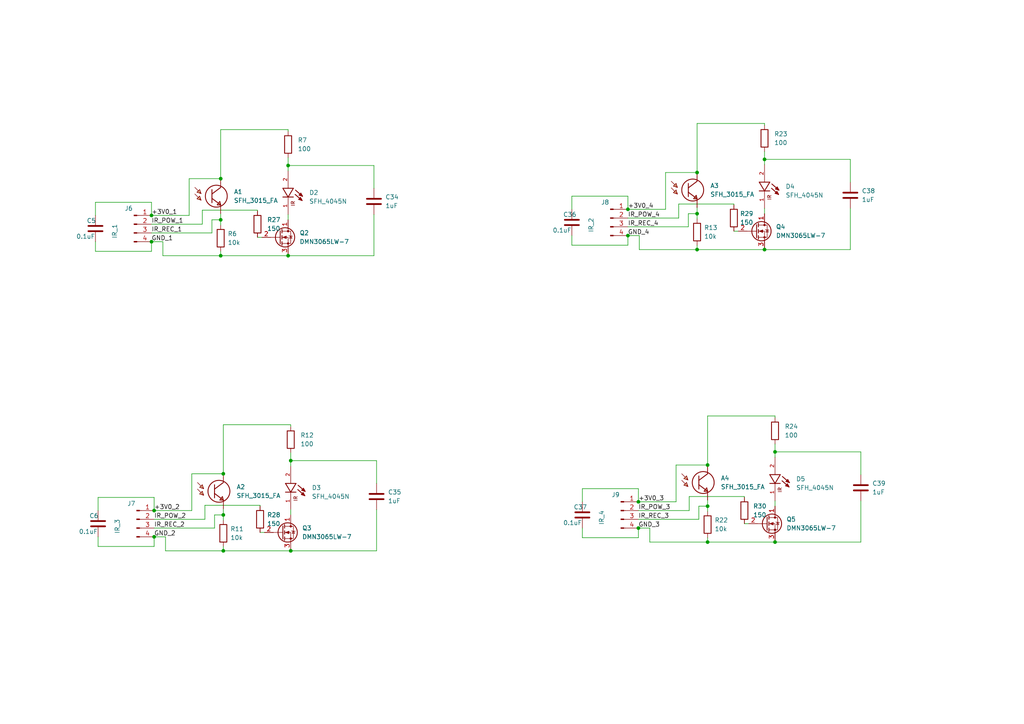
<source format=kicad_sch>
(kicad_sch (version 20211123) (generator eeschema)
  (paper "A4")
  (title_block (title "MUSHAK_PCB") (date "9 Aug 2022") (company "SRA-VJTI") (comment 1 "Designed by - Chinmay Lonkar"))
  (lib_symbols
    (symbol "Connector:Conn_01x04_Male" (pin_names (offset 1.016) hide)
      (property "Reference" "J" (at 0 5.08 0))
      (property "Value" "Conn_01x04_Male" (at 0 -7.62 0))
      (symbol "Conn_01x04_Male_1_1"
        (polyline (pts (xy 1.27 -5.08) (xy 0.8636 -5.08)) (stroke (width 0.1524)))
        (polyline (pts (xy 1.27 -2.54) (xy 0.8636 -2.54)) (stroke (width 0.1524)))
        (polyline (pts (xy 1.27 0) (xy 0.8636 0)) (stroke (width 0.1524)))
        (polyline (pts (xy 1.27 2.54) (xy 0.8636 2.54)) (stroke (width 0.1524)))
        (rectangle (start 0.8636 -4.953) (end 0 -5.207) (stroke (width 0.1524)) (fill (type outline)))
        (rectangle (start 0.8636 -2.413) (end 0 -2.667) (stroke (width 0.1524)) (fill (type outline)))
        (rectangle (start 0.8636 0.127) (end 0 -0.127) (stroke (width 0.1524)) (fill (type outline)))
        (rectangle (start 0.8636 2.667) (end 0 2.413) (stroke (width 0.1524)) (fill (type outline)))
        (pin passive line (at 5.08 2.54 180) (length 3.81) (name "Pin_1") (number "1"))
        (pin passive line (at 5.08 0 180) (length 3.81) (name "Pin_2") (number "2"))
        (pin passive line (at 5.08 -2.54 180) (length 3.81) (name "Pin_3") (number "3"))
        (pin passive line (at 5.08 -5.08 180) (length 3.81) (name "Pin_4") (number "4"))
      )
    )
    (symbol "Device:C" (pin_numbers hide) (pin_names (offset 0.254))
      (property "Reference" "C" (at 0.635 2.54 0))
      (property "Value" "C" (at 0.635 -2.54 0))
      (symbol "C_0_1"
        (polyline (pts (xy -2.032 -0.762) (xy 2.032 -0.762)) (stroke (width 0.508)))
        (polyline (pts (xy -2.032 0.762) (xy 2.032 0.762)) (stroke (width 0.508)))
      )
      (symbol "C_1_1"
        (pin passive line (at 0 3.81 270) (length 2.794) (name "~") (number "1"))
        (pin passive line (at 0 -3.81 90) (length 2.794) (name "~") (number "2"))
      )
    )
    (symbol "Device:Q_NMOS_DGS" (pin_names (offset 0) hide)
      (property "Reference" "Q" (at 5.08 1.27 0))
      (property "Value" "Q_NMOS_DGS" (at 5.08 -1.27 0))
      (symbol "Q_NMOS_DGS_0_1"
        (polyline (pts (xy 0.254 0) (xy -2.54 0)))
        (polyline (pts (xy 0.254 1.905) (xy 0.254 -1.905)) (stroke (width 0.254)))
        (polyline (pts (xy 0.762 -1.27) (xy 0.762 -2.286)) (stroke (width 0.254)))
        (polyline (pts (xy 0.762 0.508) (xy 0.762 -0.508)) (stroke (width 0.254)))
        (polyline (pts (xy 0.762 2.286) (xy 0.762 1.27)) (stroke (width 0.254)))
        (polyline (pts (xy 2.54 2.54) (xy 2.54 1.778)))
        (polyline (pts (xy 2.54 -2.54) (xy 2.54 0) (xy 0.762 0)))
        (polyline (pts (xy 0.762 -1.778) (xy 3.302 -1.778) (xy 3.302 1.778) (xy 0.762 1.778)))
        (polyline (pts (xy 1.016 0) (xy 2.032 0.381) (xy 2.032 -0.381) (xy 1.016 0)) (fill (type outline)))
        (polyline (pts (xy 2.794 0.508) (xy 2.921 0.381) (xy 3.683 0.381) (xy 3.81 0.254)))
        (polyline (pts (xy 3.302 0.381) (xy 2.921 -0.254) (xy 3.683 -0.254) (xy 3.302 0.381)))
        (circle (center 1.651 0) (radius 2.794) (stroke (width 0.254)))
        (circle (center 2.54 -1.778) (radius 0.254) (fill (type outline)))
        (circle (center 2.54 1.778) (radius 0.254) (fill (type outline)))
      )
      (symbol "Q_NMOS_DGS_1_1"
        (pin passive line (at 2.54 5.08 270) (length 2.54) (name "D") (number "1"))
        (pin input line (at -5.08 0 0) (length 2.54) (name "G") (number "2"))
        (pin passive line (at 2.54 -5.08 90) (length 2.54) (name "S") (number "3"))
      )
    )
    (symbol "Device:R" (pin_numbers hide) (pin_names (offset 0))
      (property "Reference" "R" (at 2.032 0 90))
      (property "Value" "R" (at 0 0 90))
      (symbol "R_0_1"
        (rectangle (start -1.016 -2.54) (end 1.016 2.54) (stroke (width 0.254)))
      )
      (symbol "R_1_1"
        (pin passive line (at 0 3.81 270) (length 1.27) (name "~") (number "1"))
        (pin passive line (at 0 -3.81 90) (length 1.27) (name "~") (number "2"))
      )
    )
    (symbol "SFH_3015_FA:SFH_3015_FA" (pin_numbers hide) (pin_names (offset 1.016) hide)
      (property "Reference" "A" (at -10.16 5.08 0))
      (property "Value" "SFH_3015_FA" (at -10.16 -7.62 0))
      (symbol "SFH_3015_FA_0_0"
        (polyline (pts (xy -4.953 0.635) (xy -3.175 -1.143)) (stroke (width 0.1524)))
        (polyline (pts (xy -4.953 2.54) (xy -3.175 0.762)) (stroke (width 0.1524)))
        (polyline (pts (xy -4.318 -0.762) (xy -3.556 0)) (stroke (width 0.1524)))
        (polyline (pts (xy -4.318 1.143) (xy -3.556 1.905)) (stroke (width 0.1524)))
        (polyline (pts (xy -3.556 0) (xy -3.175 -1.143)) (stroke (width 0.1524)))
        (polyline (pts (xy -3.556 1.905) (xy -3.175 0.762)) (stroke (width 0.1524)))
        (polyline (pts (xy -3.175 -1.143) (xy -4.318 -0.762)) (stroke (width 0.1524)))
        (polyline (pts (xy -3.175 0.762) (xy -4.318 1.143)) (stroke (width 0.1524)))
        (polyline (pts (xy 0 -0.635) (xy 0 -1.905)) (stroke (width 0.254)))
        (polyline (pts (xy 0 -0.635) (xy 2.54 -2.54)) (stroke (width 0.254)))
        (polyline (pts (xy 0 0.635) (xy 0 -0.635)) (stroke (width 0.254)))
        (polyline (pts (xy 0 0.635) (xy 2.54 2.54)) (stroke (width 0.254)))
        (polyline (pts (xy 0 1.905) (xy 0 0.635)) (stroke (width 0.254)))
        (polyline (pts (xy 2.286 -2.286) (xy 2.54 -2.54)) (stroke (width 0.1524)))
        (polyline (pts (xy -4.318 -0.762) (xy -3.175 -1.143) (xy -3.556 0) (xy -4.318 -0.762)) (stroke (width 0.1524)) (fill (type background)))
        (polyline (pts (xy -4.318 1.143) (xy -3.175 0.762) (xy -3.556 1.905) (xy -4.318 1.143)) (stroke (width 0.1524)) (fill (type background)))
        (polyline (pts (xy 2.54 -2.54) (xy 2.286 -1.524) (xy 1.524 -2.54) (xy 2.54 -2.54)) (stroke (width 0.254)) (fill (type background)))
        (circle (center 1.27 0) (radius 3.175) (stroke (width 0.254)))
        (pin passive line (at 2.54 -5.08 90) (length 2.54) (name "~") (number "1"))
        (pin passive line (at 2.54 5.08 270) (length 2.54) (name "~") (number "2"))
      )
    )
    (symbol "SFH_4045N:SFH_4045N" (pin_names (offset 1.016) hide)
      (property "Reference" "D" (at -5.08 5.08 0))
      (property "Value" "SFH_4045N" (at -5.08 -5.08 0))
      (symbol "SFH_4045N_0_0"
        (polyline (pts (xy -2.54 -1.524) (xy 0 0)) (stroke (width 0.254)))
        (polyline (pts (xy -2.54 1.524) (xy -2.54 -1.524)) (stroke (width 0.254)))
        (polyline (pts (xy -1.1176 3.683) (xy -0.2286 4.1656)) (stroke (width 0.254)))
        (polyline (pts (xy -0.9398 3.6068) (xy -0.7112 3.7592)) (stroke (width 0.254)))
        (polyline (pts (xy -0.5588 3.2004) (xy -1.1176 3.683)) (stroke (width 0.254)))
        (polyline (pts (xy -0.5588 3.2004) (xy -0.5334 3.937)) (stroke (width 0.254)))
        (polyline (pts (xy -0.5334 3.937) (xy -0.6604 3.937)) (stroke (width 0.254)))
        (polyline (pts (xy -0.2286 4.1656) (xy -2.0066 2.1336)) (stroke (width 0.254)))
        (polyline (pts (xy -0.2286 4.1656) (xy -0.5588 3.2004)) (stroke (width 0.254)))
        (polyline (pts (xy 0 0) (xy -2.54 1.524)) (stroke (width 0.254)))
        (polyline (pts (xy 0 1.524) (xy 0 -1.524)) (stroke (width 0.254)))
        (polyline (pts (xy 0.127 3.5814) (xy 1.016 4.064)) (stroke (width 0.254)))
        (polyline (pts (xy 0.3048 3.5052) (xy 0.5334 3.6576)) (stroke (width 0.254)))
        (polyline (pts (xy 0.6858 3.0988) (xy 0.127 3.5814)) (stroke (width 0.254)))
        (polyline (pts (xy 0.6858 3.0988) (xy 0.7112 3.8354)) (stroke (width 0.254)))
        (polyline (pts (xy 0.7112 3.8354) (xy 0.5842 3.8354)) (stroke (width 0.254)))
        (polyline (pts (xy 1.016 4.064) (xy -0.762 2.032)) (stroke (width 0.254)))
        (polyline (pts (xy 1.016 4.064) (xy 0.6858 3.0988)) (stroke (width 0.254)))
        (text "IR" (at 1.016 2.032 0) (effects (font (size 1.016 1.016)) (justify left bottom)))
        (pin passive line (at 5.08 0 180) (length 5.08) (name "~") (number "1"))
        (pin passive line (at -7.62 0 0) (length 5.08) (name "~") (number "2"))
      )
    )
  )
  (junction (at 44.704 148.082))
  (junction (at 221.742 72.39))
  (junction (at 64.008 63.754))
  (junction (at 64.77 137.414))
  (junction (at 224.79 157.226))
  (junction (at 205.232 134.874))
  (junction (at 43.942 70.104))
  (junction (at 205.232 146.812))
  (junction (at 185.166 145.542))
  (junction (at 185.166 153.162))
  (junction (at 224.79 131.064))
  (junction (at 83.566 74.168))
  (junction (at 43.942 62.484))
  (junction (at 64.008 51.816))
  (junction (at 202.184 61.976))
  (junction (at 84.328 133.604))
  (junction (at 205.232 157.226))
  (junction (at 83.566 48.006))
  (junction (at 182.118 60.706))
  (junction (at 64.77 159.766))
  (junction (at 182.118 68.326))
  (junction (at 64.77 149.352))
  (junction (at 44.704 155.702))
  (junction (at 202.184 72.39))
  (junction (at 221.742 46.228))
  (junction (at 64.008 74.168))
  (junction (at 84.328 159.766))
  (junction (at 202.184 50.038))
  (wire (pts (xy 64.77 149.352) (xy 64.77 150.876)))
  (wire (pts (xy 199.898 148.082) (xy 199.898 144.018)))
  (wire (pts (xy 48.006 155.702) (xy 48.006 159.766)))
  (wire (pts (xy 109.22 159.766) (xy 84.328 159.766)))
  (wire (pts (xy 75.438 146.558) (xy 75.438 146.812)))
  (wire (pts (xy 182.118 68.326) (xy 185.42 68.326)))
  (wire (pts (xy 61.468 63.754) (xy 64.008 63.754)))
  (wire (pts (xy 74.676 68.834) (xy 75.946 68.834)))
  (wire (pts (xy 28.448 144.272) (xy 44.704 144.272)))
  (wire (pts (xy 165.862 71.12) (xy 182.118 71.12)))
  (wire (pts (xy 224.79 145.288) (xy 224.79 146.812)))
  (wire (pts (xy 64.77 147.574) (xy 64.77 149.352)))
  (wire (pts (xy 249.682 145.288) (xy 249.682 157.226)))
  (wire (pts (xy 185.42 72.39) (xy 202.184 72.39)))
  (wire (pts (xy 83.566 37.592) (xy 83.566 38.1)))
  (wire (pts (xy 55.626 148.082) (xy 55.626 137.414)))
  (wire (pts (xy 27.686 70.104) (xy 27.686 72.898)))
  (wire (pts (xy 246.634 46.228) (xy 246.634 52.832)))
  (wire (pts (xy 47.244 74.168) (xy 64.008 74.168)))
  (wire (pts (xy 185.166 153.162) (xy 188.468 153.162)))
  (wire (pts (xy 64.008 74.168) (xy 83.566 74.168)))
  (wire (pts (xy 196.088 134.874) (xy 205.232 134.874)))
  (wire (pts (xy 202.184 60.198) (xy 202.184 61.976)))
  (wire (pts (xy 196.088 145.542) (xy 196.088 134.874)))
  (wire (pts (xy 84.328 159.766) (xy 84.328 159.512)))
  (wire (pts (xy 249.682 157.226) (xy 224.79 157.226)))
  (wire (pts (xy 202.184 50.038) (xy 202.184 35.814)))
  (wire (pts (xy 182.118 60.706) (xy 193.04 60.706)))
  (wire (pts (xy 188.468 157.226) (xy 205.232 157.226)))
  (wire (pts (xy 221.742 43.942) (xy 221.742 46.228)))
  (wire (pts (xy 224.79 131.064) (xy 224.79 132.588)))
  (wire (pts (xy 215.9 144.018) (xy 215.9 144.272)))
  (wire (pts (xy 168.91 153.162) (xy 168.91 155.956)))
  (wire (pts (xy 249.682 131.064) (xy 224.79 131.064)))
  (wire (pts (xy 64.008 63.754) (xy 64.008 65.278)))
  (wire (pts (xy 205.232 157.226) (xy 205.232 155.956)))
  (wire (pts (xy 55.626 137.414) (xy 64.77 137.414)))
  (wire (pts (xy 64.008 51.816) (xy 64.008 37.592)))
  (wire (pts (xy 84.328 147.828) (xy 84.328 149.352)))
  (wire (pts (xy 108.458 62.23) (xy 108.458 74.168)))
  (wire (pts (xy 64.77 159.766) (xy 84.328 159.766)))
  (wire (pts (xy 182.118 56.896) (xy 182.118 60.706)))
  (wire (pts (xy 202.692 150.622) (xy 202.692 146.812)))
  (wire (pts (xy 199.644 65.786) (xy 199.644 61.976)))
  (wire (pts (xy 182.118 65.786) (xy 199.644 65.786)))
  (wire (pts (xy 47.244 70.104) (xy 47.244 74.168)))
  (wire (pts (xy 168.91 145.542) (xy 168.91 141.732)))
  (wire (pts (xy 205.232 120.65) (xy 224.79 120.65)))
  (wire (pts (xy 205.232 146.812) (xy 205.232 148.336)))
  (wire (pts (xy 58.674 65.024) (xy 58.674 60.96)))
  (wire (pts (xy 212.852 67.056) (xy 214.122 67.056)))
  (wire (pts (xy 168.91 141.732) (xy 185.166 141.732)))
  (wire (pts (xy 64.77 123.19) (xy 84.328 123.19)))
  (wire (pts (xy 202.184 72.39) (xy 202.184 71.12)))
  (wire (pts (xy 84.328 131.318) (xy 84.328 133.604)))
  (wire (pts (xy 202.692 146.812) (xy 205.232 146.812)))
  (wire (pts (xy 205.232 134.874) (xy 205.232 120.65)))
  (wire (pts (xy 205.232 157.226) (xy 224.79 157.226)))
  (wire (pts (xy 43.942 62.484) (xy 54.864 62.484)))
  (wire (pts (xy 109.22 147.828) (xy 109.22 159.766)))
  (wire (pts (xy 221.742 72.39) (xy 221.742 72.136)))
  (wire (pts (xy 64.008 61.976) (xy 64.008 63.754)))
  (wire (pts (xy 59.436 150.622) (xy 59.436 146.558)))
  (wire (pts (xy 64.77 159.766) (xy 64.77 158.496)))
  (wire (pts (xy 221.742 35.814) (xy 221.742 36.322)))
  (wire (pts (xy 27.686 62.484) (xy 27.686 58.674)))
  (wire (pts (xy 185.166 148.082) (xy 199.898 148.082)))
  (wire (pts (xy 182.118 71.12) (xy 182.118 68.326)))
  (wire (pts (xy 185.166 150.622) (xy 202.692 150.622)))
  (wire (pts (xy 44.704 158.496) (xy 44.704 155.702)))
  (wire (pts (xy 59.436 146.558) (xy 75.438 146.558)))
  (wire (pts (xy 58.674 60.96) (xy 74.676 60.96)))
  (wire (pts (xy 202.184 72.39) (xy 221.742 72.39)))
  (wire (pts (xy 43.942 72.898) (xy 43.942 70.104)))
  (wire (pts (xy 44.704 153.162) (xy 62.23 153.162)))
  (wire (pts (xy 202.184 61.976) (xy 202.184 63.5)))
  (wire (pts (xy 28.448 155.702) (xy 28.448 158.496)))
  (wire (pts (xy 109.22 133.604) (xy 109.22 140.208)))
  (wire (pts (xy 62.23 153.162) (xy 62.23 149.352)))
  (wire (pts (xy 196.85 63.246) (xy 196.85 59.182)))
  (wire (pts (xy 84.328 133.604) (xy 84.328 135.128)))
  (wire (pts (xy 74.676 60.96) (xy 74.676 61.214)))
  (wire (pts (xy 165.862 68.326) (xy 165.862 71.12)))
  (wire (pts (xy 64.008 37.592) (xy 83.566 37.592)))
  (wire (pts (xy 75.438 154.432) (xy 76.708 154.432)))
  (wire (pts (xy 83.566 45.72) (xy 83.566 48.006)))
  (wire (pts (xy 246.634 46.228) (xy 221.742 46.228)))
  (wire (pts (xy 62.23 149.352) (xy 64.77 149.352)))
  (wire (pts (xy 196.85 59.182) (xy 212.852 59.182)))
  (wire (pts (xy 28.448 158.496) (xy 44.704 158.496)))
  (wire (pts (xy 61.468 67.564) (xy 61.468 63.754)))
  (wire (pts (xy 44.704 148.082) (xy 55.626 148.082)))
  (wire (pts (xy 64.77 137.414) (xy 64.77 123.19)))
  (wire (pts (xy 83.566 48.006) (xy 83.566 49.53)))
  (wire (pts (xy 224.79 128.778) (xy 224.79 131.064)))
  (wire (pts (xy 185.166 145.542) (xy 196.088 145.542)))
  (wire (pts (xy 43.942 67.564) (xy 61.468 67.564)))
  (wire (pts (xy 224.79 120.65) (xy 224.79 121.158)))
  (wire (pts (xy 188.468 153.162) (xy 188.468 157.226)))
  (wire (pts (xy 54.864 51.816) (xy 64.008 51.816)))
  (wire (pts (xy 202.184 35.814) (xy 221.742 35.814)))
  (wire (pts (xy 54.864 62.484) (xy 54.864 51.816)))
  (wire (pts (xy 246.634 72.39) (xy 221.742 72.39)))
  (wire (pts (xy 165.862 60.706) (xy 165.862 56.896)))
  (wire (pts (xy 108.458 48.006) (xy 108.458 54.61)))
  (wire (pts (xy 27.686 58.674) (xy 43.942 58.674)))
  (wire (pts (xy 168.91 155.956) (xy 185.166 155.956)))
  (wire (pts (xy 185.166 155.956) (xy 185.166 153.162)))
  (wire (pts (xy 43.942 58.674) (xy 43.942 62.484)))
  (wire (pts (xy 165.862 56.896) (xy 182.118 56.896)))
  (wire (pts (xy 246.634 60.452) (xy 246.634 72.39)))
  (wire (pts (xy 185.166 141.732) (xy 185.166 145.542)))
  (wire (pts (xy 199.644 61.976) (xy 202.184 61.976)))
  (wire (pts (xy 83.566 62.23) (xy 83.566 63.754)))
  (wire (pts (xy 215.9 151.892) (xy 217.17 151.892)))
  (wire (pts (xy 221.742 46.228) (xy 221.742 47.752)))
  (wire (pts (xy 28.448 148.082) (xy 28.448 144.272)))
  (wire (pts (xy 221.742 60.452) (xy 221.742 61.976)))
  (wire (pts (xy 44.704 155.702) (xy 48.006 155.702)))
  (wire (pts (xy 182.118 63.246) (xy 196.85 63.246)))
  (wire (pts (xy 84.328 123.19) (xy 84.328 123.698)))
  (wire (pts (xy 27.686 72.898) (xy 43.942 72.898)))
  (wire (pts (xy 44.704 144.272) (xy 44.704 148.082)))
  (wire (pts (xy 185.42 68.326) (xy 185.42 72.39)))
  (wire (pts (xy 224.79 157.226) (xy 224.79 156.972)))
  (wire (pts (xy 43.942 65.024) (xy 58.674 65.024)))
  (wire (pts (xy 193.04 60.706) (xy 193.04 50.038)))
  (wire (pts (xy 193.04 50.038) (xy 202.184 50.038)))
  (wire (pts (xy 108.458 48.006) (xy 83.566 48.006)))
  (wire (pts (xy 83.566 74.168) (xy 83.566 73.914)))
  (wire (pts (xy 212.852 59.182) (xy 212.852 59.436)))
  (wire (pts (xy 64.008 74.168) (xy 64.008 72.898)))
  (wire (pts (xy 205.232 145.034) (xy 205.232 146.812)))
  (wire (pts (xy 43.942 70.104) (xy 47.244 70.104)))
  (wire (pts (xy 249.682 131.064) (xy 249.682 137.668)))
  (wire (pts (xy 48.006 159.766) (xy 64.77 159.766)))
  (wire (pts (xy 108.458 74.168) (xy 83.566 74.168)))
  (wire (pts (xy 109.22 133.604) (xy 84.328 133.604)))
  (wire (pts (xy 44.704 150.622) (xy 59.436 150.622)))
  (wire (pts (xy 199.898 144.018) (xy 215.9 144.018)))
  (label "IR_REC_2" (at 44.704 153.162 0))
  (label "+3V0_4" (at 182.118 60.706 0))
  (label "IR_REC_3" (at 185.166 150.622 0))
  (label "IR_REC_4" (at 182.118 65.786 0))
  (label "IR_POW_2" (at 44.704 150.622 0))
  (label "IR_POW_3" (at 185.166 148.082 0))
  (label "GND_3" (at 185.166 153.162 0))
  (label "GND_4" (at 182.118 68.326 0))
  (label "+3V0_1" (at 43.942 62.484 0))
  (label "GND_1" (at 43.942 70.104 0))
  (label "GND_2" (at 44.704 155.702 0))
  (label "+3V0_3" (at 185.166 145.542 0))
  (label "IR_REC_1" (at 43.942 67.564 0))
  (label "IR_POW_1" (at 43.942 65.024 0))
  (label "IR_POW_4" (at 182.118 63.246 0))
  (label "+3V0_2" (at 44.704 148.082 0))
  (symbol (lib_id "SFH_4045N:SFH_4045N") (at 221.742 55.372 270) (unit 1)
    (property "Reference" "D4" (at 227.838 54.0898 90) (effects (justify left)))
    (property "Value" "SFH_4045N" (at 227.838 56.6298 90) (effects (justify left)))
    (property "Footprint" "SFH_4045N:LED_SFH_4045N" (effects hide))
    (property "MAXIMUM_PACKAGE_HEIGHT" "1.3 mm" (effects hide))
    (property "MANUFACTURER" "OSRAM Opto" (effects hide))
    (property "PARTREV" "1.5" (effects hide))
    (property "STANDARD" "Manufacturer Recommendations" (effects hide))
  )
  (symbol (lib_id "SFH_3015_FA:SFH_3015_FA") (at 61.468 56.896 0) (unit 1)
    (property "Reference" "A1" (at 67.818 55.6259 0) (effects (justify left)))
    (property "Value" "SFH_3015_FA" (at 67.818 58.1659 0) (effects (justify left)))
    (property "Footprint" "SFH_3015_FA:XDCR_SFH_3015_FA" (effects hide))
    (property "MAXIMUM_PACKAGE_HEIGHT" "1.8 mm" (effects hide))
    (property "MANUFACTURER" "OSRAM" (effects hide))
    (property "PARTREV" "1.6" (effects hide))
    (property "STANDARD" "Manufacturer Recommendations" (effects hide))
  )
  (symbol (lib_id "Device:R") (at 215.9 148.082 0) (unit 1)
    (property "Reference" "R30" (at 218.44 146.8119 0) (effects (justify left)))
    (property "Value" "150" (at 218.44 149.3519 0) (effects (justify left)))
    (property "Footprint" "Resistor_SMD:R_0402_1005Metric" (effects hide))
  )
  (symbol (lib_id "Device:R") (at 64.77 154.686 0) (unit 1)
    (property "Reference" "R11" (at 66.802 153.4159 0) (effects (justify left)))
    (property "Value" "10k" (at 66.802 155.9559 0) (effects (justify left)))
    (property "Footprint" "Resistor_SMD:R_0402_1005Metric" (effects hide))
  )
  (symbol (lib_id "SFH_4045N:SFH_4045N") (at 84.328 142.748 270) (unit 1)
    (property "Reference" "D3" (at 90.424 141.4658 90) (effects (justify left)))
    (property "Value" "SFH_4045N" (at 90.424 144.0058 90) (effects (justify left)))
    (property "Footprint" "SFH_4045N:LED_SFH_4045N" (effects hide))
    (property "MAXIMUM_PACKAGE_HEIGHT" "1.3 mm" (effects hide))
    (property "MANUFACTURER" "OSRAM Opto" (effects hide))
    (property "PARTREV" "1.5" (effects hide))
    (property "STANDARD" "Manufacturer Recommendations" (effects hide))
  )
  (symbol (lib_id "Device:R") (at 74.676 65.024 0) (unit 1)
    (property "Reference" "R27" (at 77.47 63.7539 0) (effects (justify left)))
    (property "Value" "150" (at 77.47 66.2939 0) (effects (justify left)))
    (property "Footprint" "Resistor_SMD:R_0402_1005Metric" (effects hide))
  )
  (symbol (lib_id "Connector:Conn_01x04_Male") (at 177.038 63.246 0) (unit 1)
    (property "Reference" "J8" (at 175.514 58.674 0))
    (property "Value" "IR_2" (at 171.45 65.278 90))
    (property "Footprint" "mushak_mount_footprint:IR_SLAVE_V_04" (effects hide))
  )
  (symbol (lib_id "Device:Q_NMOS_DGS") (at 219.202 67.056 0) (unit 1)
    (property "Reference" "Q4" (at 225.044 65.7859 0) (effects (justify left)))
    (property "Value" "DMN3065LW-7" (at 225.044 68.3259 0) (effects (justify left)))
    (property "Footprint" "Package_TO_SOT_SMD:SOT-323_SC-70" (effects hide))
  )
  (symbol (lib_id "Device:C") (at 28.448 151.892 0) (unit 1)
    (property "Reference" "C6" (at 25.908 149.606 0) (effects (justify left)))
    (property "Value" "0.1uF" (at 22.86 154.178 0) (effects (justify left)))
    (property "Footprint" "Capacitor_SMD:C_0402_1005Metric" (effects hide))
  )
  (symbol (lib_id "Connector:Conn_01x04_Male") (at 39.624 150.622 0) (unit 1)
    (property "Reference" "J7" (at 38.1 146.05 0))
    (property "Value" "IR_3" (at 34.036 152.654 90))
    (property "Footprint" "mushak_mount_footprint:IR_SLAVE_V_04" (effects hide))
  )
  (symbol (lib_id "Device:C") (at 108.458 58.42 0) (unit 1)
    (property "Reference" "C34" (at 111.76 57.1499 0) (effects (justify left)))
    (property "Value" "1uF" (at 111.76 59.6899 0) (effects (justify left)))
    (property "Footprint" "Capacitor_SMD:C_0603_1608Metric" (effects hide))
  )
  (symbol (lib_id "Device:C") (at 109.22 144.018 0) (unit 1)
    (property "Reference" "C35" (at 112.522 142.7479 0) (effects (justify left)))
    (property "Value" "1uF" (at 112.522 145.2879 0) (effects (justify left)))
    (property "Footprint" "Capacitor_SMD:C_0603_1608Metric" (effects hide))
  )
  (symbol (lib_id "Device:C") (at 165.862 64.516 0) (unit 1)
    (property "Reference" "C36" (at 163.322 62.23 0) (effects (justify left)))
    (property "Value" "0.1uF" (at 160.274 66.802 0) (effects (justify left)))
    (property "Footprint" "Capacitor_SMD:C_0402_1005Metric" (effects hide))
  )
  (symbol (lib_id "Device:C") (at 27.686 66.294 0) (unit 1)
    (property "Reference" "C5" (at 25.146 64.008 0) (effects (justify left)))
    (property "Value" "0.1uF" (at 22.098 68.58 0) (effects (justify left)))
    (property "Footprint" "Capacitor_SMD:C_0402_1005Metric" (effects hide))
  )
  (symbol (lib_id "SFH_3015_FA:SFH_3015_FA") (at 199.644 55.118 0) (unit 1)
    (property "Reference" "A3" (at 205.994 53.8479 0) (effects (justify left)))
    (property "Value" "SFH_3015_FA" (at 205.994 56.3879 0) (effects (justify left)))
    (property "Footprint" "SFH_3015_FA:XDCR_SFH_3015_FA" (effects hide))
    (property "MAXIMUM_PACKAGE_HEIGHT" "1.8 mm" (effects hide))
    (property "MANUFACTURER" "OSRAM" (effects hide))
    (property "PARTREV" "1.6" (effects hide))
    (property "STANDARD" "Manufacturer Recommendations" (effects hide))
  )
  (symbol (lib_id "Device:R") (at 221.742 40.132 0) (unit 1)
    (property "Reference" "R23" (at 224.536 38.8619 0) (effects (justify left)))
    (property "Value" "100" (at 224.536 41.4019 0) (effects (justify left)))
    (property "Footprint" "Resistor_SMD:R_0603_1608Metric" (effects hide))
  )
  (symbol (lib_id "SFH_4045N:SFH_4045N") (at 83.566 57.15 270) (unit 1)
    (property "Reference" "D2" (at 89.662 55.8678 90) (effects (justify left)))
    (property "Value" "SFH_4045N" (at 89.662 58.4078 90) (effects (justify left)))
    (property "Footprint" "SFH_4045N:LED_SFH_4045N" (effects hide))
    (property "MAXIMUM_PACKAGE_HEIGHT" "1.3 mm" (effects hide))
    (property "MANUFACTURER" "OSRAM Opto" (effects hide))
    (property "PARTREV" "1.5" (effects hide))
    (property "STANDARD" "Manufacturer Recommendations" (effects hide))
  )
  (symbol (lib_id "Device:R") (at 64.008 69.088 0) (unit 1)
    (property "Reference" "R6" (at 66.04 67.8179 0) (effects (justify left)))
    (property "Value" "10k" (at 66.04 70.3579 0) (effects (justify left)))
    (property "Footprint" "Resistor_SMD:R_0402_1005Metric" (effects hide))
  )
  (symbol (lib_id "SFH_3015_FA:SFH_3015_FA") (at 62.23 142.494 0) (unit 1)
    (property "Reference" "A2" (at 68.58 141.2239 0) (effects (justify left)))
    (property "Value" "SFH_3015_FA" (at 68.58 143.7639 0) (effects (justify left)))
    (property "Footprint" "SFH_3015_FA:XDCR_SFH_3015_FA" (effects hide))
    (property "MAXIMUM_PACKAGE_HEIGHT" "1.8 mm" (effects hide))
    (property "MANUFACTURER" "OSRAM" (effects hide))
    (property "PARTREV" "1.6" (effects hide))
    (property "STANDARD" "Manufacturer Recommendations" (effects hide))
  )
  (symbol (lib_id "Device:R") (at 84.328 127.508 0) (unit 1)
    (property "Reference" "R12" (at 87.122 126.2379 0) (effects (justify left)))
    (property "Value" "100" (at 87.122 128.7779 0) (effects (justify left)))
    (property "Footprint" "Resistor_SMD:R_0603_1608Metric" (effects hide))
  )
  (symbol (lib_id "Device:Q_NMOS_DGS") (at 222.25 151.892 0) (unit 1)
    (property "Reference" "Q5" (at 228.092 150.6219 0) (effects (justify left)))
    (property "Value" "DMN3065LW-7" (at 228.092 153.1619 0) (effects (justify left)))
    (property "Footprint" "Package_TO_SOT_SMD:SOT-323_SC-70" (effects hide))
  )
  (symbol (lib_id "Device:C") (at 246.634 56.642 0) (unit 1)
    (property "Reference" "C38" (at 249.936 55.3719 0) (effects (justify left)))
    (property "Value" "1uF" (at 249.936 57.9119 0) (effects (justify left)))
    (property "Footprint" "Capacitor_SMD:C_0603_1608Metric" (effects hide))
  )
  (symbol (lib_id "SFH_4045N:SFH_4045N") (at 224.79 140.208 270) (unit 1)
    (property "Reference" "D5" (at 230.886 138.9258 90) (effects (justify left)))
    (property "Value" "SFH_4045N" (at 230.886 141.4658 90) (effects (justify left)))
    (property "Footprint" "SFH_4045N:LED_SFH_4045N" (effects hide))
    (property "MAXIMUM_PACKAGE_HEIGHT" "1.3 mm" (effects hide))
    (property "MANUFACTURER" "OSRAM Opto" (effects hide))
    (property "PARTREV" "1.5" (effects hide))
    (property "STANDARD" "Manufacturer Recommendations" (effects hide))
  )
  (symbol (lib_id "Device:Q_NMOS_DGS") (at 81.788 154.432 0) (unit 1)
    (property "Reference" "Q3" (at 87.63 153.1619 0) (effects (justify left)))
    (property "Value" "DMN3065LW-7" (at 87.63 155.7019 0) (effects (justify left)))
    (property "Footprint" "Package_TO_SOT_SMD:SOT-323_SC-70" (effects hide))
  )
  (symbol (lib_id "Device:R") (at 212.852 63.246 0) (unit 1)
    (property "Reference" "R29" (at 214.63 61.9759 0) (effects (justify left)))
    (property "Value" "150" (at 214.63 64.5159 0) (effects (justify left)))
    (property "Footprint" "Resistor_SMD:R_0402_1005Metric" (effects hide))
  )
  (symbol (lib_id "Device:R") (at 202.184 67.31 0) (unit 1)
    (property "Reference" "R13" (at 204.216 66.0399 0) (effects (justify left)))
    (property "Value" "10k" (at 204.216 68.5799 0) (effects (justify left)))
    (property "Footprint" "Resistor_SMD:R_0402_1005Metric" (effects hide))
  )
  (symbol (lib_id "Device:R") (at 205.232 152.146 0) (unit 1)
    (property "Reference" "R22" (at 207.264 150.8759 0) (effects (justify left)))
    (property "Value" "10k" (at 207.264 153.4159 0) (effects (justify left)))
    (property "Footprint" "Resistor_SMD:R_0402_1005Metric" (effects hide))
  )
  (symbol (lib_id "SFH_3015_FA:SFH_3015_FA") (at 202.692 139.954 0) (unit 1)
    (property "Reference" "A4" (at 209.042 138.6839 0) (effects (justify left)))
    (property "Value" "SFH_3015_FA" (at 209.042 141.2239 0) (effects (justify left)))
    (property "Footprint" "SFH_3015_FA:XDCR_SFH_3015_FA" (effects hide))
    (property "MAXIMUM_PACKAGE_HEIGHT" "1.8 mm" (effects hide))
    (property "MANUFACTURER" "OSRAM" (effects hide))
    (property "PARTREV" "1.6" (effects hide))
    (property "STANDARD" "Manufacturer Recommendations" (effects hide))
  )
  (symbol (lib_id "Device:R") (at 75.438 150.622 0) (unit 1)
    (property "Reference" "R28" (at 77.47 149.3519 0) (effects (justify left)))
    (property "Value" "150" (at 77.47 151.8919 0) (effects (justify left)))
    (property "Footprint" "Resistor_SMD:R_0402_1005Metric" (effects hide))
  )
  (symbol (lib_id "Device:R") (at 224.79 124.968 0) (unit 1)
    (property "Reference" "R24" (at 227.584 123.6979 0) (effects (justify left)))
    (property "Value" "100" (at 227.584 126.2379 0) (effects (justify left)))
    (property "Footprint" "Resistor_SMD:R_0603_1608Metric" (effects hide))
  )
  (symbol (lib_id "Device:C") (at 249.682 141.478 0) (unit 1)
    (property "Reference" "C39" (at 252.984 140.2079 0) (effects (justify left)))
    (property "Value" "1uF" (at 252.984 142.7479 0) (effects (justify left)))
    (property "Footprint" "Capacitor_SMD:C_0603_1608Metric" (effects hide))
  )
  (symbol (lib_id "Connector:Conn_01x04_Male") (at 38.862 65.024 0) (unit 1)
    (property "Reference" "J6" (at 37.338 60.452 0))
    (property "Value" "IR_1" (at 33.274 67.056 90))
    (property "Footprint" "mushak_mount_footprint:IR_SLAVE_V_04" (effects hide))
  )
  (symbol (lib_id "Connector:Conn_01x04_Male") (at 180.086 148.082 0) (unit 1)
    (property "Reference" "J9" (at 178.562 143.51 0))
    (property "Value" "IR_4" (at 174.498 150.114 90))
    (property "Footprint" "mushak_mount_footprint:IR_SLAVE_V_04" (effects hide))
  )
  (symbol (lib_id "Device:Q_NMOS_DGS") (at 81.026 68.834 0) (unit 1)
    (property "Reference" "Q2" (at 86.868 67.5639 0) (effects (justify left)))
    (property "Value" "DMN3065LW-7" (at 86.868 70.1039 0) (effects (justify left)))
    (property "Footprint" "Package_TO_SOT_SMD:SOT-323_SC-70" (effects hide))
  )
  (symbol (lib_id "Device:R") (at 83.566 41.91 0) (unit 1)
    (property "Reference" "R7" (at 86.36 40.6399 0) (effects (justify left)))
    (property "Value" "100" (at 86.36 43.1799 0) (effects (justify left)))
    (property "Footprint" "Resistor_SMD:R_0603_1608Metric" (effects hide))
  )
  (symbol (lib_id "Device:C") (at 168.91 149.352 0) (unit 1)
    (property "Reference" "C37" (at 166.37 147.066 0) (effects (justify left)))
    (property "Value" "0.1uF" (at 163.322 151.638 0) (effects (justify left)))
    (property "Footprint" "Capacitor_SMD:C_0402_1005Metric" (effects hide))
  )
)
</source>
